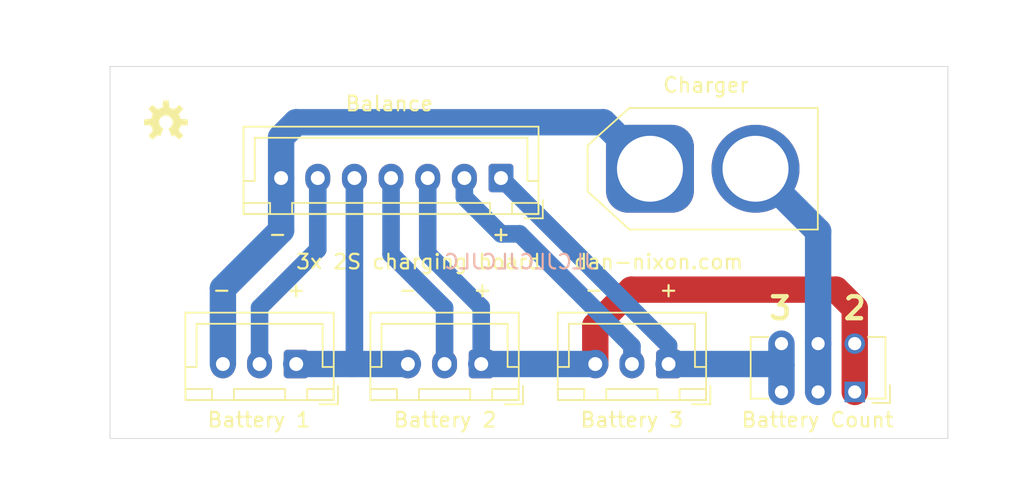
<source format=kicad_pcb>
(kicad_pcb (version 20171130) (host pcbnew 5.1.10)

  (general
    (thickness 1.6)
    (drawings 52)
    (tracks 40)
    (zones 0)
    (modules 9)
    (nets 9)
  )

  (page A4)
  (layers
    (0 F.Cu signal)
    (31 B.Cu signal)
    (32 B.Adhes user)
    (33 F.Adhes user)
    (34 B.Paste user)
    (35 F.Paste user)
    (36 B.SilkS user)
    (37 F.SilkS user)
    (38 B.Mask user)
    (39 F.Mask user)
    (40 Dwgs.User user)
    (41 Cmts.User user)
    (42 Eco1.User user hide)
    (43 Eco2.User user hide)
    (44 Edge.Cuts user)
    (45 Margin user)
    (46 B.CrtYd user)
    (47 F.CrtYd user)
    (48 B.Fab user)
    (49 F.Fab user)
  )

  (setup
    (last_trace_width 1.2)
    (user_trace_width 1.8)
    (trace_clearance 0.2)
    (zone_clearance 0.508)
    (zone_45_only no)
    (trace_min 0.2)
    (via_size 0.8)
    (via_drill 0.4)
    (via_min_size 0.4)
    (via_min_drill 0.3)
    (uvia_size 0.3)
    (uvia_drill 0.1)
    (uvias_allowed no)
    (uvia_min_size 0.2)
    (uvia_min_drill 0.1)
    (edge_width 0.05)
    (segment_width 0.2)
    (pcb_text_width 0.3)
    (pcb_text_size 1.5 1.5)
    (mod_edge_width 0.12)
    (mod_text_size 1 1)
    (mod_text_width 0.15)
    (pad_size 1.524 1.524)
    (pad_drill 0.762)
    (pad_to_mask_clearance 0)
    (aux_axis_origin 0 0)
    (visible_elements FFFFFF7F)
    (pcbplotparams
      (layerselection 0x010f0_ffffffff)
      (usegerberextensions false)
      (usegerberattributes true)
      (usegerberadvancedattributes true)
      (creategerberjobfile true)
      (excludeedgelayer true)
      (linewidth 0.100000)
      (plotframeref false)
      (viasonmask false)
      (mode 1)
      (useauxorigin false)
      (hpglpennumber 1)
      (hpglpenspeed 20)
      (hpglpendiameter 15.000000)
      (psnegative false)
      (psa4output false)
      (plotreference true)
      (plotvalue true)
      (plotinvisibletext false)
      (padsonsilk false)
      (subtractmaskfromsilk false)
      (outputformat 1)
      (mirror false)
      (drillshape 0)
      (scaleselection 1)
      (outputdirectory ""))
  )

  (net 0 "")
  (net 1 GND)
  (net 2 "Net-(J1-Pad6)")
  (net 3 "Net-(J1-Pad5)")
  (net 4 "Net-(J1-Pad4)")
  (net 5 "Net-(J1-Pad3)")
  (net 6 "Net-(J1-Pad2)")
  (net 7 "Net-(J1-Pad1)")
  (net 8 "Net-(J2-Pad2)")

  (net_class Default "This is the default net class."
    (clearance 0.2)
    (trace_width 1.2)
    (via_dia 0.8)
    (via_drill 0.4)
    (uvia_dia 0.3)
    (uvia_drill 0.1)
    (add_net GND)
    (add_net "Net-(J1-Pad1)")
    (add_net "Net-(J1-Pad2)")
    (add_net "Net-(J1-Pad3)")
    (add_net "Net-(J1-Pad4)")
    (add_net "Net-(J1-Pad5)")
    (add_net "Net-(J1-Pad6)")
    (add_net "Net-(J2-Pad2)")
  )

  (module Button_Switch_THT:SW_CuK_JS202011CQN_DPDT_Straight (layer F.Cu) (tedit 5A02FE31) (tstamp 609D64DE)
    (at 156.21 76.835 180)
    (descr "CuK sub miniature slide switch, JS series, DPDT, right angle, http://www.ckswitches.com/media/1422/js.pdf")
    (tags "switch DPDT")
    (path /609DCFD8)
    (fp_text reference SW1 (at 2.75 -1.6) (layer F.SilkS) hide
      (effects (font (size 1 1) (thickness 0.15)))
    )
    (fp_text value "Battery Count" (at 2.54 -1.905) (layer F.SilkS)
      (effects (font (size 1 1) (thickness 0.15)))
    )
    (fp_line (start -1 -0.35) (end -2 0.65) (layer F.Fab) (width 0.1))
    (fp_line (start -2.25 4.25) (end -2.25 -0.95) (layer F.CrtYd) (width 0.05))
    (fp_line (start 7.25 4.25) (end -2.25 4.25) (layer F.CrtYd) (width 0.05))
    (fp_line (start 7.25 -0.95) (end 7.25 4.25) (layer F.CrtYd) (width 0.05))
    (fp_line (start -2.25 -0.95) (end 7.25 -0.95) (layer F.CrtYd) (width 0.05))
    (fp_line (start -2.4 -0.75) (end -2.4 0.45) (layer F.SilkS) (width 0.12))
    (fp_line (start -1.2 -0.75) (end -2.4 -0.75) (layer F.SilkS) (width 0.12))
    (fp_line (start 7.1 3.75) (end 5.9 3.75) (layer F.SilkS) (width 0.12))
    (fp_line (start 7.1 -0.45) (end 7.1 3.75) (layer F.SilkS) (width 0.12))
    (fp_line (start 5.9 -0.45) (end 7.1 -0.45) (layer F.SilkS) (width 0.12))
    (fp_line (start -2.1 3.75) (end -0.9 3.75) (layer F.SilkS) (width 0.12))
    (fp_line (start -2.1 -0.45) (end -2.1 3.75) (layer F.SilkS) (width 0.12))
    (fp_line (start -0.9 -0.45) (end -2.1 -0.45) (layer F.SilkS) (width 0.12))
    (fp_line (start -2 3.65) (end -2 0.65) (layer F.Fab) (width 0.1))
    (fp_line (start 7 3.65) (end -2 3.65) (layer F.Fab) (width 0.1))
    (fp_line (start 7 -0.35) (end 7 3.65) (layer F.Fab) (width 0.1))
    (fp_line (start -1 -0.35) (end 7 -0.35) (layer F.Fab) (width 0.1))
    (fp_text user %R (at 2 1.65) (layer F.Fab) hide
      (effects (font (size 1 1) (thickness 0.15)))
    )
    (pad 6 thru_hole circle (at 5 3.3 180) (size 1.4 1.4) (drill 0.9) (layers *.Cu *.Mask)
      (net 7 "Net-(J1-Pad1)"))
    (pad 5 thru_hole circle (at 2.5 3.3 180) (size 1.4 1.4) (drill 0.9) (layers *.Cu *.Mask)
      (net 8 "Net-(J2-Pad2)"))
    (pad 4 thru_hole circle (at 0 3.3 180) (size 1.4 1.4) (drill 0.9) (layers *.Cu *.Mask)
      (net 5 "Net-(J1-Pad3)"))
    (pad 3 thru_hole circle (at 5 0 180) (size 1.4 1.4) (drill 0.9) (layers *.Cu *.Mask)
      (net 7 "Net-(J1-Pad1)"))
    (pad 2 thru_hole circle (at 2.5 0 180) (size 1.4 1.4) (drill 0.9) (layers *.Cu *.Mask)
      (net 8 "Net-(J2-Pad2)"))
    (pad 1 thru_hole rect (at 0 0 180) (size 1.4 1.4) (drill 0.9) (layers *.Cu *.Mask)
      (net 5 "Net-(J1-Pad3)"))
    (model ${KISYS3DMOD}/Button_Switch_THT.3dshapes/SW_CuK_JS202011CQN_DPDT_Straight.wrl
      (at (xyz 0 0 0))
      (scale (xyz 1 1 1))
      (rotate (xyz 0 0 0))
    )
  )

  (module Aesthetics:OSHW-LOGO-S (layer F.Cu) (tedit 200000) (tstamp 609DB916)
    (at 109.22 58.42)
    (descr "OPEN-SOURCE HARDWARE (OSHW) LOGO - SMALL - SILKSCREEN")
    (tags "OPEN-SOURCE HARDWARE (OSHW) LOGO - SMALL - SILKSCREEN")
    (path /609DDF66)
    (attr virtual)
    (fp_text reference LOGO1 (at 0 0) (layer F.SilkS) hide
      (effects (font (size 1.524 1.524) (thickness 0.15)))
    )
    (fp_text value OSHW-LOGOS (at 0 0) (layer F.SilkS) hide
      (effects (font (size 1.524 1.524) (thickness 0.15)))
    )
    (fp_poly (pts (xy 0.3937 0.9525) (xy 0.5461 0.87376) (xy 0.92202 1.1811) (xy 1.1811 0.92202)
      (xy 0.87376 0.5461) (xy 0.9525 0.3937) (xy 1.0033 0.23114) (xy 1.48844 0.18034)
      (xy 1.48844 -0.18034) (xy 1.0033 -0.23114) (xy 0.9525 -0.3937) (xy 0.87376 -0.5461)
      (xy 1.1811 -0.92202) (xy 0.92202 -1.1811) (xy 0.5461 -0.87376) (xy 0.3937 -0.9525)
      (xy 0.23114 -1.0033) (xy 0.18034 -1.48844) (xy -0.18034 -1.48844) (xy -0.23114 -1.0033)
      (xy -0.3937 -0.9525) (xy -0.5461 -0.87376) (xy -0.92202 -1.1811) (xy -1.1811 -0.92202)
      (xy -0.87376 -0.5461) (xy -0.9525 -0.3937) (xy -1.0033 -0.23114) (xy -1.48844 -0.18034)
      (xy -1.48844 0.18034) (xy -1.0033 0.23114) (xy -0.9525 0.3937) (xy -0.87376 0.5461)
      (xy -1.1811 0.92202) (xy -0.92202 1.1811) (xy -0.5461 0.87376) (xy -0.3937 0.9525)
      (xy -0.1778 0.4318) (xy -0.27432 0.37846) (xy -0.3556 0.30226) (xy -0.41656 0.21082)
      (xy -0.45466 0.10922) (xy -0.46736 0) (xy -0.45466 -0.10922) (xy -0.41402 -0.2159)
      (xy -0.35052 -0.30734) (xy -0.2667 -0.38354) (xy -0.16764 -0.43434) (xy -0.06096 -0.46228)
      (xy 0.0508 -0.46482) (xy 0.16002 -0.43942) (xy 0.25908 -0.38862) (xy 0.34544 -0.31496)
      (xy 0.40894 -0.22352) (xy 0.45212 -0.11938) (xy 0.46736 -0.01016) (xy 0.4572 0.09906)
      (xy 0.4191 0.20574) (xy 0.35814 0.29972) (xy 0.27686 0.37592) (xy 0.1778 0.4318)) (layer F.SilkS) (width 0.01))
  )

  (module MountingHole:MountingHole_3.2mm_M3 (layer F.Cu) (tedit 56D1B4CB) (tstamp 609DAFCC)
    (at 158.75 64.77)
    (descr "Mounting Hole 3.2mm, no annular, M3")
    (tags "mounting hole 3.2mm no annular m3")
    (attr virtual)
    (fp_text reference REF** (at 0 -4.2) (layer F.SilkS) hide
      (effects (font (size 1 1) (thickness 0.15)))
    )
    (fp_text value MountingHole_3.2mm_M3 (at 0 4.2) (layer F.Fab) hide
      (effects (font (size 1 1) (thickness 0.15)))
    )
    (fp_circle (center 0 0) (end 3.45 0) (layer F.CrtYd) (width 0.05))
    (fp_circle (center 0 0) (end 3.2 0) (layer Cmts.User) (width 0.15))
    (fp_text user %R (at 0.3 0) (layer F.Fab) hide
      (effects (font (size 1 1) (thickness 0.15)))
    )
    (pad 1 np_thru_hole circle (at 0 0) (size 3.2 3.2) (drill 3.2) (layers *.Cu *.Mask))
  )

  (module MountingHole:MountingHole_3.2mm_M3 (layer F.Cu) (tedit 56D1B4CB) (tstamp 609DAFAF)
    (at 109.22 64.77)
    (descr "Mounting Hole 3.2mm, no annular, M3")
    (tags "mounting hole 3.2mm no annular m3")
    (attr virtual)
    (fp_text reference REF** (at 0 -4.2) (layer F.SilkS) hide
      (effects (font (size 1 1) (thickness 0.15)))
    )
    (fp_text value MountingHole_3.2mm_M3 (at 0 4.2) (layer F.Fab) hide
      (effects (font (size 1 1) (thickness 0.15)))
    )
    (fp_circle (center 0 0) (end 3.45 0) (layer F.CrtYd) (width 0.05))
    (fp_circle (center 0 0) (end 3.2 0) (layer Cmts.User) (width 0.15))
    (fp_text user %R (at 0.3 0) (layer F.Fab) hide
      (effects (font (size 1 1) (thickness 0.15)))
    )
    (pad 1 np_thru_hole circle (at 0 0) (size 3.2 3.2) (drill 3.2) (layers *.Cu *.Mask))
  )

  (module Connector_JST:JST_XH_B3B-XH-A_1x03_P2.50mm_Vertical (layer F.Cu) (tedit 5C28146C) (tstamp 609D9E2A)
    (at 143.51 74.93 180)
    (descr "JST XH series connector, B3B-XH-A (http://www.jst-mfg.com/product/pdf/eng/eXH.pdf), generated with kicad-footprint-generator")
    (tags "connector JST XH vertical")
    (path /609AC913)
    (fp_text reference J5 (at 2.5 -3.55) (layer F.SilkS) hide
      (effects (font (size 1 1) (thickness 0.15)))
    )
    (fp_text value "Battery 3" (at 2.5 -3.81) (layer F.SilkS)
      (effects (font (size 1 1) (thickness 0.15)))
    )
    (fp_line (start -2.85 -2.75) (end -2.85 -1.5) (layer F.SilkS) (width 0.12))
    (fp_line (start -1.6 -2.75) (end -2.85 -2.75) (layer F.SilkS) (width 0.12))
    (fp_line (start 6.8 2.75) (end 2.5 2.75) (layer F.SilkS) (width 0.12))
    (fp_line (start 6.8 -0.2) (end 6.8 2.75) (layer F.SilkS) (width 0.12))
    (fp_line (start 7.55 -0.2) (end 6.8 -0.2) (layer F.SilkS) (width 0.12))
    (fp_line (start -1.8 2.75) (end 2.5 2.75) (layer F.SilkS) (width 0.12))
    (fp_line (start -1.8 -0.2) (end -1.8 2.75) (layer F.SilkS) (width 0.12))
    (fp_line (start -2.55 -0.2) (end -1.8 -0.2) (layer F.SilkS) (width 0.12))
    (fp_line (start 7.55 -2.45) (end 5.75 -2.45) (layer F.SilkS) (width 0.12))
    (fp_line (start 7.55 -1.7) (end 7.55 -2.45) (layer F.SilkS) (width 0.12))
    (fp_line (start 5.75 -1.7) (end 7.55 -1.7) (layer F.SilkS) (width 0.12))
    (fp_line (start 5.75 -2.45) (end 5.75 -1.7) (layer F.SilkS) (width 0.12))
    (fp_line (start -0.75 -2.45) (end -2.55 -2.45) (layer F.SilkS) (width 0.12))
    (fp_line (start -0.75 -1.7) (end -0.75 -2.45) (layer F.SilkS) (width 0.12))
    (fp_line (start -2.55 -1.7) (end -0.75 -1.7) (layer F.SilkS) (width 0.12))
    (fp_line (start -2.55 -2.45) (end -2.55 -1.7) (layer F.SilkS) (width 0.12))
    (fp_line (start 4.25 -2.45) (end 0.75 -2.45) (layer F.SilkS) (width 0.12))
    (fp_line (start 4.25 -1.7) (end 4.25 -2.45) (layer F.SilkS) (width 0.12))
    (fp_line (start 0.75 -1.7) (end 4.25 -1.7) (layer F.SilkS) (width 0.12))
    (fp_line (start 0.75 -2.45) (end 0.75 -1.7) (layer F.SilkS) (width 0.12))
    (fp_line (start 0 -1.35) (end 0.625 -2.35) (layer F.Fab) (width 0.1))
    (fp_line (start -0.625 -2.35) (end 0 -1.35) (layer F.Fab) (width 0.1))
    (fp_line (start 7.95 -2.85) (end -2.95 -2.85) (layer F.CrtYd) (width 0.05))
    (fp_line (start 7.95 3.9) (end 7.95 -2.85) (layer F.CrtYd) (width 0.05))
    (fp_line (start -2.95 3.9) (end 7.95 3.9) (layer F.CrtYd) (width 0.05))
    (fp_line (start -2.95 -2.85) (end -2.95 3.9) (layer F.CrtYd) (width 0.05))
    (fp_line (start 7.56 -2.46) (end -2.56 -2.46) (layer F.SilkS) (width 0.12))
    (fp_line (start 7.56 3.51) (end 7.56 -2.46) (layer F.SilkS) (width 0.12))
    (fp_line (start -2.56 3.51) (end 7.56 3.51) (layer F.SilkS) (width 0.12))
    (fp_line (start -2.56 -2.46) (end -2.56 3.51) (layer F.SilkS) (width 0.12))
    (fp_line (start 7.45 -2.35) (end -2.45 -2.35) (layer F.Fab) (width 0.1))
    (fp_line (start 7.45 3.4) (end 7.45 -2.35) (layer F.Fab) (width 0.1))
    (fp_line (start -2.45 3.4) (end 7.45 3.4) (layer F.Fab) (width 0.1))
    (fp_line (start -2.45 -2.35) (end -2.45 3.4) (layer F.Fab) (width 0.1))
    (fp_text user %R (at 2.5 2.7) (layer F.Fab) hide
      (effects (font (size 1 1) (thickness 0.15)))
    )
    (pad 3 thru_hole oval (at 5 0 180) (size 1.7 1.95) (drill 0.95) (layers *.Cu *.Mask)
      (net 5 "Net-(J1-Pad3)"))
    (pad 2 thru_hole oval (at 2.5 0 180) (size 1.7 1.95) (drill 0.95) (layers *.Cu *.Mask)
      (net 6 "Net-(J1-Pad2)"))
    (pad 1 thru_hole roundrect (at 0 0 180) (size 1.7 1.95) (drill 0.95) (layers *.Cu *.Mask) (roundrect_rratio 0.1470588235294118)
      (net 7 "Net-(J1-Pad1)"))
    (model ${KISYS3DMOD}/Connector_JST.3dshapes/JST_XH_B3B-XH-A_1x03_P2.50mm_Vertical.wrl
      (at (xyz 0 0 0))
      (scale (xyz 1 1 1))
      (rotate (xyz 0 0 0))
    )
  )

  (module Connector_JST:JST_XH_B3B-XH-A_1x03_P2.50mm_Vertical (layer F.Cu) (tedit 5C28146C) (tstamp 609D9EA5)
    (at 130.73 74.93 180)
    (descr "JST XH series connector, B3B-XH-A (http://www.jst-mfg.com/product/pdf/eng/eXH.pdf), generated with kicad-footprint-generator")
    (tags "connector JST XH vertical")
    (path /609AC235)
    (fp_text reference J4 (at 2.5 -3.55) (layer F.SilkS) hide
      (effects (font (size 1 1) (thickness 0.15)))
    )
    (fp_text value "Battery 2" (at 2.46 -3.81) (layer F.SilkS)
      (effects (font (size 1 1) (thickness 0.15)))
    )
    (fp_line (start -2.85 -2.75) (end -2.85 -1.5) (layer F.SilkS) (width 0.12))
    (fp_line (start -1.6 -2.75) (end -2.85 -2.75) (layer F.SilkS) (width 0.12))
    (fp_line (start 6.8 2.75) (end 2.5 2.75) (layer F.SilkS) (width 0.12))
    (fp_line (start 6.8 -0.2) (end 6.8 2.75) (layer F.SilkS) (width 0.12))
    (fp_line (start 7.55 -0.2) (end 6.8 -0.2) (layer F.SilkS) (width 0.12))
    (fp_line (start -1.8 2.75) (end 2.5 2.75) (layer F.SilkS) (width 0.12))
    (fp_line (start -1.8 -0.2) (end -1.8 2.75) (layer F.SilkS) (width 0.12))
    (fp_line (start -2.55 -0.2) (end -1.8 -0.2) (layer F.SilkS) (width 0.12))
    (fp_line (start 7.55 -2.45) (end 5.75 -2.45) (layer F.SilkS) (width 0.12))
    (fp_line (start 7.55 -1.7) (end 7.55 -2.45) (layer F.SilkS) (width 0.12))
    (fp_line (start 5.75 -1.7) (end 7.55 -1.7) (layer F.SilkS) (width 0.12))
    (fp_line (start 5.75 -2.45) (end 5.75 -1.7) (layer F.SilkS) (width 0.12))
    (fp_line (start -0.75 -2.45) (end -2.55 -2.45) (layer F.SilkS) (width 0.12))
    (fp_line (start -0.75 -1.7) (end -0.75 -2.45) (layer F.SilkS) (width 0.12))
    (fp_line (start -2.55 -1.7) (end -0.75 -1.7) (layer F.SilkS) (width 0.12))
    (fp_line (start -2.55 -2.45) (end -2.55 -1.7) (layer F.SilkS) (width 0.12))
    (fp_line (start 4.25 -2.45) (end 0.75 -2.45) (layer F.SilkS) (width 0.12))
    (fp_line (start 4.25 -1.7) (end 4.25 -2.45) (layer F.SilkS) (width 0.12))
    (fp_line (start 0.75 -1.7) (end 4.25 -1.7) (layer F.SilkS) (width 0.12))
    (fp_line (start 0.75 -2.45) (end 0.75 -1.7) (layer F.SilkS) (width 0.12))
    (fp_line (start 0 -1.35) (end 0.625 -2.35) (layer F.Fab) (width 0.1))
    (fp_line (start -0.625 -2.35) (end 0 -1.35) (layer F.Fab) (width 0.1))
    (fp_line (start 7.95 -2.85) (end -2.95 -2.85) (layer F.CrtYd) (width 0.05))
    (fp_line (start 7.95 3.9) (end 7.95 -2.85) (layer F.CrtYd) (width 0.05))
    (fp_line (start -2.95 3.9) (end 7.95 3.9) (layer F.CrtYd) (width 0.05))
    (fp_line (start -2.95 -2.85) (end -2.95 3.9) (layer F.CrtYd) (width 0.05))
    (fp_line (start 7.56 -2.46) (end -2.56 -2.46) (layer F.SilkS) (width 0.12))
    (fp_line (start 7.56 3.51) (end 7.56 -2.46) (layer F.SilkS) (width 0.12))
    (fp_line (start -2.56 3.51) (end 7.56 3.51) (layer F.SilkS) (width 0.12))
    (fp_line (start -2.56 -2.46) (end -2.56 3.51) (layer F.SilkS) (width 0.12))
    (fp_line (start 7.45 -2.35) (end -2.45 -2.35) (layer F.Fab) (width 0.1))
    (fp_line (start 7.45 3.4) (end 7.45 -2.35) (layer F.Fab) (width 0.1))
    (fp_line (start -2.45 3.4) (end 7.45 3.4) (layer F.Fab) (width 0.1))
    (fp_line (start -2.45 -2.35) (end -2.45 3.4) (layer F.Fab) (width 0.1))
    (fp_text user %R (at 2.5 2.7) (layer F.Fab) hide
      (effects (font (size 1 1) (thickness 0.15)))
    )
    (pad 3 thru_hole oval (at 5 0 180) (size 1.7 1.95) (drill 0.95) (layers *.Cu *.Mask)
      (net 3 "Net-(J1-Pad5)"))
    (pad 2 thru_hole oval (at 2.5 0 180) (size 1.7 1.95) (drill 0.95) (layers *.Cu *.Mask)
      (net 4 "Net-(J1-Pad4)"))
    (pad 1 thru_hole roundrect (at 0 0 180) (size 1.7 1.95) (drill 0.95) (layers *.Cu *.Mask) (roundrect_rratio 0.1470588235294118)
      (net 5 "Net-(J1-Pad3)"))
    (model ${KISYS3DMOD}/Connector_JST.3dshapes/JST_XH_B3B-XH-A_1x03_P2.50mm_Vertical.wrl
      (at (xyz 0 0 0))
      (scale (xyz 1 1 1))
      (rotate (xyz 0 0 0))
    )
  )

  (module Connector_JST:JST_XH_B3B-XH-A_1x03_P2.50mm_Vertical (layer F.Cu) (tedit 5C28146C) (tstamp 609D9F20)
    (at 118.11 74.93 180)
    (descr "JST XH series connector, B3B-XH-A (http://www.jst-mfg.com/product/pdf/eng/eXH.pdf), generated with kicad-footprint-generator")
    (tags "connector JST XH vertical")
    (path /609ABA33)
    (fp_text reference J3 (at 2.5 -3.55) (layer F.SilkS) hide
      (effects (font (size 1 1) (thickness 0.15)))
    )
    (fp_text value "Battery 1" (at 2.54 -3.81) (layer F.SilkS)
      (effects (font (size 1 1) (thickness 0.15)))
    )
    (fp_line (start -2.85 -2.75) (end -2.85 -1.5) (layer F.SilkS) (width 0.12))
    (fp_line (start -1.6 -2.75) (end -2.85 -2.75) (layer F.SilkS) (width 0.12))
    (fp_line (start 6.8 2.75) (end 2.5 2.75) (layer F.SilkS) (width 0.12))
    (fp_line (start 6.8 -0.2) (end 6.8 2.75) (layer F.SilkS) (width 0.12))
    (fp_line (start 7.55 -0.2) (end 6.8 -0.2) (layer F.SilkS) (width 0.12))
    (fp_line (start -1.8 2.75) (end 2.5 2.75) (layer F.SilkS) (width 0.12))
    (fp_line (start -1.8 -0.2) (end -1.8 2.75) (layer F.SilkS) (width 0.12))
    (fp_line (start -2.55 -0.2) (end -1.8 -0.2) (layer F.SilkS) (width 0.12))
    (fp_line (start 7.55 -2.45) (end 5.75 -2.45) (layer F.SilkS) (width 0.12))
    (fp_line (start 7.55 -1.7) (end 7.55 -2.45) (layer F.SilkS) (width 0.12))
    (fp_line (start 5.75 -1.7) (end 7.55 -1.7) (layer F.SilkS) (width 0.12))
    (fp_line (start 5.75 -2.45) (end 5.75 -1.7) (layer F.SilkS) (width 0.12))
    (fp_line (start -0.75 -2.45) (end -2.55 -2.45) (layer F.SilkS) (width 0.12))
    (fp_line (start -0.75 -1.7) (end -0.75 -2.45) (layer F.SilkS) (width 0.12))
    (fp_line (start -2.55 -1.7) (end -0.75 -1.7) (layer F.SilkS) (width 0.12))
    (fp_line (start -2.55 -2.45) (end -2.55 -1.7) (layer F.SilkS) (width 0.12))
    (fp_line (start 4.25 -2.45) (end 0.75 -2.45) (layer F.SilkS) (width 0.12))
    (fp_line (start 4.25 -1.7) (end 4.25 -2.45) (layer F.SilkS) (width 0.12))
    (fp_line (start 0.75 -1.7) (end 4.25 -1.7) (layer F.SilkS) (width 0.12))
    (fp_line (start 0.75 -2.45) (end 0.75 -1.7) (layer F.SilkS) (width 0.12))
    (fp_line (start 0 -1.35) (end 0.625 -2.35) (layer F.Fab) (width 0.1))
    (fp_line (start -0.625 -2.35) (end 0 -1.35) (layer F.Fab) (width 0.1))
    (fp_line (start 7.95 -2.85) (end -2.95 -2.85) (layer F.CrtYd) (width 0.05))
    (fp_line (start 7.95 3.9) (end 7.95 -2.85) (layer F.CrtYd) (width 0.05))
    (fp_line (start -2.95 3.9) (end 7.95 3.9) (layer F.CrtYd) (width 0.05))
    (fp_line (start -2.95 -2.85) (end -2.95 3.9) (layer F.CrtYd) (width 0.05))
    (fp_line (start 7.56 -2.46) (end -2.56 -2.46) (layer F.SilkS) (width 0.12))
    (fp_line (start 7.56 3.51) (end 7.56 -2.46) (layer F.SilkS) (width 0.12))
    (fp_line (start -2.56 3.51) (end 7.56 3.51) (layer F.SilkS) (width 0.12))
    (fp_line (start -2.56 -2.46) (end -2.56 3.51) (layer F.SilkS) (width 0.12))
    (fp_line (start 7.45 -2.35) (end -2.45 -2.35) (layer F.Fab) (width 0.1))
    (fp_line (start 7.45 3.4) (end 7.45 -2.35) (layer F.Fab) (width 0.1))
    (fp_line (start -2.45 3.4) (end 7.45 3.4) (layer F.Fab) (width 0.1))
    (fp_line (start -2.45 -2.35) (end -2.45 3.4) (layer F.Fab) (width 0.1))
    (fp_text user %R (at 2.5 2.7) (layer F.Fab) hide
      (effects (font (size 1 1) (thickness 0.15)))
    )
    (pad 3 thru_hole oval (at 5 0 180) (size 1.7 1.95) (drill 0.95) (layers *.Cu *.Mask)
      (net 1 GND))
    (pad 2 thru_hole oval (at 2.5 0 180) (size 1.7 1.95) (drill 0.95) (layers *.Cu *.Mask)
      (net 2 "Net-(J1-Pad6)"))
    (pad 1 thru_hole roundrect (at 0 0 180) (size 1.7 1.95) (drill 0.95) (layers *.Cu *.Mask) (roundrect_rratio 0.1470588235294118)
      (net 3 "Net-(J1-Pad5)"))
    (model ${KISYS3DMOD}/Connector_JST.3dshapes/JST_XH_B3B-XH-A_1x03_P2.50mm_Vertical.wrl
      (at (xyz 0 0 0))
      (scale (xyz 1 1 1))
      (rotate (xyz 0 0 0))
    )
  )

  (module Connector_AMASS:AMASS_XT60-F_1x02_P7.20mm_Vertical (layer F.Cu) (tedit 5D6C1D2C) (tstamp 609D8FDB)
    (at 142.24 61.595)
    (descr "AMASS female XT60, through hole, vertical, https://www.tme.eu/Document/2d152ced3b7a446066e6c419d84bb460/XT60%20SPEC.pdf")
    (tags "XT60 female vertical")
    (path /609B10AD)
    (fp_text reference J2 (at 3.6 -5.3 180) (layer F.SilkS) hide
      (effects (font (size 1 1) (thickness 0.15)))
    )
    (fp_text value Charger (at 3.81 -5.715) (layer F.SilkS)
      (effects (font (size 1 1) (thickness 0.15)))
    )
    (fp_line (start -1.6 -4.6) (end 11.85 -4.6) (layer F.CrtYd) (width 0.05))
    (fp_line (start -4.65 -1.85) (end -1.6 -4.6) (layer F.CrtYd) (width 0.05))
    (fp_line (start -4.65 1.85) (end -4.65 -1.85) (layer F.CrtYd) (width 0.05))
    (fp_line (start -1.6 4.6) (end -4.65 1.85) (layer F.CrtYd) (width 0.05))
    (fp_line (start 11.85 4.6) (end -1.6 4.6) (layer F.CrtYd) (width 0.05))
    (fp_line (start 11.85 -4.6) (end 11.85 4.6) (layer F.CrtYd) (width 0.05))
    (fp_line (start 11.35 4.05) (end 11.35 -4.05) (layer F.Fab) (width 0.12))
    (fp_line (start -1.4 4.05) (end 11.35 4.05) (layer F.Fab) (width 0.12))
    (fp_line (start -4.15 1.55) (end -1.4 4.05) (layer F.Fab) (width 0.12))
    (fp_line (start -4.15 -1.55) (end -4.15 1.55) (layer F.Fab) (width 0.12))
    (fp_line (start -1.4 -4.05) (end -4.15 -1.55) (layer F.Fab) (width 0.12))
    (fp_line (start 11.35 -4.05) (end -1.4 -4.05) (layer F.Fab) (width 0.12))
    (fp_line (start -4.25 1.55) (end -1.4 4.15) (layer F.SilkS) (width 0.12))
    (fp_line (start -1.4 -4.15) (end -4.25 -1.6) (layer F.SilkS) (width 0.12))
    (fp_line (start 11.45 4.15) (end 11.45 -4.15) (layer F.SilkS) (width 0.12))
    (fp_line (start -1.4 4.15) (end 11.45 4.15) (layer F.SilkS) (width 0.12))
    (fp_line (start -4.25 -1.6) (end -4.25 1.55) (layer F.SilkS) (width 0.12))
    (fp_line (start 11.45 -4.15) (end -1.4 -4.15) (layer F.SilkS) (width 0.12))
    (fp_text user %R (at 3.6 0.05) (layer F.Fab) hide
      (effects (font (size 1 1) (thickness 0.15)))
    )
    (pad 1 thru_hole roundrect (at 0 0) (size 6 6) (drill 4.5) (layers *.Cu *.Mask) (roundrect_rratio 0.25)
      (net 1 GND))
    (pad 2 thru_hole circle (at 7.2 0) (size 6 6) (drill 4.5) (layers *.Cu *.Mask)
      (net 8 "Net-(J2-Pad2)"))
    (model ${KISYS3DMOD}/Connector_AMASS.3dshapes/AMASS_XT60-F_1x02_P7.2mm_Vertical.wrl
      (at (xyz 0 0 0))
      (scale (xyz 1 1 1))
      (rotate (xyz 0 0 0))
    )
  )

  (module Connector_JST:JST_XH_B7B-XH-A_1x07_P2.50mm_Vertical (layer F.Cu) (tedit 5C28146C) (tstamp 609D9266)
    (at 132.08 62.23 180)
    (descr "JST XH series connector, B7B-XH-A (http://www.jst-mfg.com/product/pdf/eng/eXH.pdf), generated with kicad-footprint-generator")
    (tags "connector JST XH vertical")
    (path /609AE9CC)
    (fp_text reference J1 (at 7.5 -3.55) (layer F.SilkS) hide
      (effects (font (size 1 1) (thickness 0.15)))
    )
    (fp_text value Balance (at 7.62 5.08) (layer F.SilkS)
      (effects (font (size 1 1) (thickness 0.15)))
    )
    (fp_line (start -2.85 -2.75) (end -2.85 -1.5) (layer F.SilkS) (width 0.12))
    (fp_line (start -1.6 -2.75) (end -2.85 -2.75) (layer F.SilkS) (width 0.12))
    (fp_line (start 16.8 2.75) (end 7.5 2.75) (layer F.SilkS) (width 0.12))
    (fp_line (start 16.8 -0.2) (end 16.8 2.75) (layer F.SilkS) (width 0.12))
    (fp_line (start 17.55 -0.2) (end 16.8 -0.2) (layer F.SilkS) (width 0.12))
    (fp_line (start -1.8 2.75) (end 7.5 2.75) (layer F.SilkS) (width 0.12))
    (fp_line (start -1.8 -0.2) (end -1.8 2.75) (layer F.SilkS) (width 0.12))
    (fp_line (start -2.55 -0.2) (end -1.8 -0.2) (layer F.SilkS) (width 0.12))
    (fp_line (start 17.55 -2.45) (end 15.75 -2.45) (layer F.SilkS) (width 0.12))
    (fp_line (start 17.55 -1.7) (end 17.55 -2.45) (layer F.SilkS) (width 0.12))
    (fp_line (start 15.75 -1.7) (end 17.55 -1.7) (layer F.SilkS) (width 0.12))
    (fp_line (start 15.75 -2.45) (end 15.75 -1.7) (layer F.SilkS) (width 0.12))
    (fp_line (start -0.75 -2.45) (end -2.55 -2.45) (layer F.SilkS) (width 0.12))
    (fp_line (start -0.75 -1.7) (end -0.75 -2.45) (layer F.SilkS) (width 0.12))
    (fp_line (start -2.55 -1.7) (end -0.75 -1.7) (layer F.SilkS) (width 0.12))
    (fp_line (start -2.55 -2.45) (end -2.55 -1.7) (layer F.SilkS) (width 0.12))
    (fp_line (start 14.25 -2.45) (end 0.75 -2.45) (layer F.SilkS) (width 0.12))
    (fp_line (start 14.25 -1.7) (end 14.25 -2.45) (layer F.SilkS) (width 0.12))
    (fp_line (start 0.75 -1.7) (end 14.25 -1.7) (layer F.SilkS) (width 0.12))
    (fp_line (start 0.75 -2.45) (end 0.75 -1.7) (layer F.SilkS) (width 0.12))
    (fp_line (start 0 -1.35) (end 0.625 -2.35) (layer F.Fab) (width 0.1))
    (fp_line (start -0.625 -2.35) (end 0 -1.35) (layer F.Fab) (width 0.1))
    (fp_line (start 17.95 -2.85) (end -2.95 -2.85) (layer F.CrtYd) (width 0.05))
    (fp_line (start 17.95 3.9) (end 17.95 -2.85) (layer F.CrtYd) (width 0.05))
    (fp_line (start -2.95 3.9) (end 17.95 3.9) (layer F.CrtYd) (width 0.05))
    (fp_line (start -2.95 -2.85) (end -2.95 3.9) (layer F.CrtYd) (width 0.05))
    (fp_line (start 17.56 -2.46) (end -2.56 -2.46) (layer F.SilkS) (width 0.12))
    (fp_line (start 17.56 3.51) (end 17.56 -2.46) (layer F.SilkS) (width 0.12))
    (fp_line (start -2.56 3.51) (end 17.56 3.51) (layer F.SilkS) (width 0.12))
    (fp_line (start -2.56 -2.46) (end -2.56 3.51) (layer F.SilkS) (width 0.12))
    (fp_line (start 17.45 -2.35) (end -2.45 -2.35) (layer F.Fab) (width 0.1))
    (fp_line (start 17.45 3.4) (end 17.45 -2.35) (layer F.Fab) (width 0.1))
    (fp_line (start -2.45 3.4) (end 17.45 3.4) (layer F.Fab) (width 0.1))
    (fp_line (start -2.45 -2.35) (end -2.45 3.4) (layer F.Fab) (width 0.1))
    (fp_text user %R (at 7.5 2.7) (layer F.Fab) hide
      (effects (font (size 1 1) (thickness 0.15)))
    )
    (pad 7 thru_hole oval (at 15 0 180) (size 1.7 1.95) (drill 0.95) (layers *.Cu *.Mask)
      (net 1 GND))
    (pad 6 thru_hole oval (at 12.5 0 180) (size 1.7 1.95) (drill 0.95) (layers *.Cu *.Mask)
      (net 2 "Net-(J1-Pad6)"))
    (pad 5 thru_hole oval (at 10 0 180) (size 1.7 1.95) (drill 0.95) (layers *.Cu *.Mask)
      (net 3 "Net-(J1-Pad5)"))
    (pad 4 thru_hole oval (at 7.5 0 180) (size 1.7 1.95) (drill 0.95) (layers *.Cu *.Mask)
      (net 4 "Net-(J1-Pad4)"))
    (pad 3 thru_hole oval (at 5 0 180) (size 1.7 1.95) (drill 0.95) (layers *.Cu *.Mask)
      (net 5 "Net-(J1-Pad3)"))
    (pad 2 thru_hole oval (at 2.5 0 180) (size 1.7 1.95) (drill 0.95) (layers *.Cu *.Mask)
      (net 6 "Net-(J1-Pad2)"))
    (pad 1 thru_hole roundrect (at 0 0 180) (size 1.7 1.95) (drill 0.95) (layers *.Cu *.Mask) (roundrect_rratio 0.1470588235294118)
      (net 7 "Net-(J1-Pad1)"))
    (model ${KISYS3DMOD}/Connector_JST.3dshapes/JST_XH_B7B-XH-A_1x07_P2.50mm_Vertical.wrl
      (at (xyz 0 0 0))
      (scale (xyz 1 1 1))
      (rotate (xyz 0 0 0))
    )
  )

  (dimension 17.78 (width 0.15) (layer Eco2.User)
    (gr_text "17.780 mm" (at 174.655 63.5 90) (layer Eco2.User)
      (effects (font (size 1 1) (thickness 0.15)))
    )
    (feature1 (pts (xy 146.05 54.61) (xy 173.941421 54.61)))
    (feature2 (pts (xy 146.05 72.39) (xy 173.941421 72.39)))
    (crossbar (pts (xy 173.355 72.39) (xy 173.355 54.61)))
    (arrow1a (pts (xy 173.355 54.61) (xy 173.941421 55.736504)))
    (arrow1b (pts (xy 173.355 54.61) (xy 172.768579 55.736504)))
    (arrow2a (pts (xy 173.355 72.39) (xy 173.941421 71.263496)))
    (arrow2b (pts (xy 173.355 72.39) (xy 172.768579 71.263496)))
  )
  (dimension 16.51 (width 0.15) (layer Eco2.User)
    (gr_text "16.510 mm" (at 171.48 62.865 90) (layer Eco2.User)
      (effects (font (size 1 1) (thickness 0.15)))
    )
    (feature1 (pts (xy 158.115 54.61) (xy 170.766421 54.61)))
    (feature2 (pts (xy 158.115 71.12) (xy 170.766421 71.12)))
    (crossbar (pts (xy 170.18 71.12) (xy 170.18 54.61)))
    (arrow1a (pts (xy 170.18 54.61) (xy 170.766421 55.736504)))
    (arrow1b (pts (xy 170.18 54.61) (xy 169.593579 55.736504)))
    (arrow2a (pts (xy 170.18 71.12) (xy 170.766421 69.993496)))
    (arrow2b (pts (xy 170.18 71.12) (xy 169.593579 69.993496)))
  )
  (dimension 5.08 (width 0.15) (layer Eco2.User)
    (gr_text "5.080 mm" (at 168.305 57.15 90) (layer Eco2.User)
      (effects (font (size 1 1) (thickness 0.15)))
    )
    (feature1 (pts (xy 134.62 54.61) (xy 167.591421 54.61)))
    (feature2 (pts (xy 134.62 59.69) (xy 167.591421 59.69)))
    (crossbar (pts (xy 167.005 59.69) (xy 167.005 54.61)))
    (arrow1a (pts (xy 167.005 54.61) (xy 167.591421 55.736504)))
    (arrow1b (pts (xy 167.005 54.61) (xy 166.418579 55.736504)))
    (arrow2a (pts (xy 167.005 59.69) (xy 167.591421 58.563496)))
    (arrow2b (pts (xy 167.005 59.69) (xy 166.418579 58.563496)))
  )
  (dimension 2.54 (width 0.15) (layer Eco2.User)
    (gr_text "2.540 mm" (at 165.13 55.88 90) (layer Eco2.User)
      (effects (font (size 1 1) (thickness 0.15)))
    )
    (feature1 (pts (xy 153.67 54.61) (xy 164.416421 54.61)))
    (feature2 (pts (xy 153.67 57.15) (xy 164.416421 57.15)))
    (crossbar (pts (xy 163.83 57.15) (xy 163.83 54.61)))
    (arrow1a (pts (xy 163.83 54.61) (xy 164.416421 55.736504)))
    (arrow1b (pts (xy 163.83 54.61) (xy 163.243579 55.736504)))
    (arrow2a (pts (xy 163.83 57.15) (xy 164.416421 56.023496)))
    (arrow2b (pts (xy 163.83 57.15) (xy 163.243579 56.023496)))
  )
  (dimension 32.385 (width 0.15) (layer Eco2.User)
    (gr_text "32.385 mm" (at 120.9675 48.865) (layer Eco2.User)
      (effects (font (size 1 1) (thickness 0.15)))
    )
    (feature1 (pts (xy 104.775 57.15) (xy 104.775 49.578579)))
    (feature2 (pts (xy 137.16 57.15) (xy 137.16 49.578579)))
    (crossbar (pts (xy 137.16 50.165) (xy 104.775 50.165)))
    (arrow1a (pts (xy 104.775 50.165) (xy 105.901504 49.578579)))
    (arrow1b (pts (xy 104.775 50.165) (xy 105.901504 50.751421)))
    (arrow2a (pts (xy 137.16 50.165) (xy 136.033496 49.578579)))
    (arrow2b (pts (xy 137.16 50.165) (xy 136.033496 50.751421)))
  )
  (dimension 8.89 (width 0.15) (layer Eco2.User)
    (gr_text "8.890 mm" (at 109.855 52.04) (layer Eco2.User)
      (effects (font (size 1 1) (thickness 0.15)))
    )
    (feature1 (pts (xy 105.41 59.69) (xy 105.41 52.753579)))
    (feature2 (pts (xy 114.3 59.69) (xy 114.3 52.753579)))
    (crossbar (pts (xy 114.3 53.34) (xy 105.41 53.34)))
    (arrow1a (pts (xy 105.41 53.34) (xy 106.536504 52.753579)))
    (arrow1b (pts (xy 105.41 53.34) (xy 106.536504 53.926421)))
    (arrow2a (pts (xy 114.3 53.34) (xy 113.173496 52.753579)))
    (arrow2b (pts (xy 114.3 53.34) (xy 113.173496 53.926421)))
  )
  (dimension 43.815 (width 0.15) (layer Eco2.User)
    (gr_text "43.815 mm" (at 127.3175 85.755) (layer Eco2.User)
      (effects (font (size 1 1) (thickness 0.15)))
    )
    (feature1 (pts (xy 105.41 79.375) (xy 105.41 85.041421)))
    (feature2 (pts (xy 149.225 79.375) (xy 149.225 85.041421)))
    (crossbar (pts (xy 149.225 84.455) (xy 105.41 84.455)))
    (arrow1a (pts (xy 105.41 84.455) (xy 106.536504 83.868579)))
    (arrow1b (pts (xy 105.41 84.455) (xy 106.536504 85.041421)))
    (arrow2a (pts (xy 149.225 84.455) (xy 148.098496 83.868579)))
    (arrow2b (pts (xy 149.225 84.455) (xy 148.098496 85.041421)))
  )
  (dimension 5.08 (width 0.15) (layer Eco2.User)
    (gr_text "5.080 mm" (at 107.95 82.58) (layer Eco2.User)
      (effects (font (size 1 1) (thickness 0.15)))
    )
    (feature1 (pts (xy 105.41 77.47) (xy 105.41 81.866421)))
    (feature2 (pts (xy 110.49 77.47) (xy 110.49 81.866421)))
    (crossbar (pts (xy 110.49 81.28) (xy 105.41 81.28)))
    (arrow1a (pts (xy 105.41 81.28) (xy 106.536504 80.693579)))
    (arrow1b (pts (xy 105.41 81.28) (xy 106.536504 81.866421)))
    (arrow2a (pts (xy 110.49 81.28) (xy 109.363496 80.693579)))
    (arrow2b (pts (xy 110.49 81.28) (xy 109.363496 81.866421)))
  )
  (dimension 5.08 (width 0.15) (layer Eco1.User)
    (gr_text "5.080 mm" (at 136.555 62.23 270) (layer Eco1.User)
      (effects (font (size 1 1) (thickness 0.15)))
    )
    (feature1 (pts (xy 134.62 64.77) (xy 135.841421 64.77)))
    (feature2 (pts (xy 134.62 59.69) (xy 135.841421 59.69)))
    (crossbar (pts (xy 135.255 59.69) (xy 135.255 64.77)))
    (arrow1a (pts (xy 135.255 64.77) (xy 134.668579 63.643496)))
    (arrow1b (pts (xy 135.255 64.77) (xy 135.841421 63.643496)))
    (arrow2a (pts (xy 135.255 59.69) (xy 134.668579 60.816504)))
    (arrow2b (pts (xy 135.255 59.69) (xy 135.841421 60.816504)))
  )
  (dimension 5.08 (width 0.15) (layer Eco1.User)
    (gr_text "5.080 mm" (at 147.985 74.93 270) (layer Eco1.User)
      (effects (font (size 1 1) (thickness 0.15)))
    )
    (feature1 (pts (xy 146.05 77.47) (xy 147.271421 77.47)))
    (feature2 (pts (xy 146.05 72.39) (xy 147.271421 72.39)))
    (crossbar (pts (xy 146.685 72.39) (xy 146.685 77.47)))
    (arrow1a (pts (xy 146.685 77.47) (xy 146.098579 76.343496)))
    (arrow1b (pts (xy 146.685 77.47) (xy 147.271421 76.343496)))
    (arrow2a (pts (xy 146.685 72.39) (xy 146.098579 73.516504)))
    (arrow2b (pts (xy 146.685 72.39) (xy 147.271421 73.516504)))
  )
  (dimension 8.89 (width 0.15) (layer Eco1.User)
    (gr_text "8.890 mm" (at 155.605 61.595 270) (layer Eco1.User)
      (effects (font (size 1 1) (thickness 0.15)))
    )
    (feature1 (pts (xy 153.67 66.04) (xy 154.891421 66.04)))
    (feature2 (pts (xy 153.67 57.15) (xy 154.891421 57.15)))
    (crossbar (pts (xy 154.305 57.15) (xy 154.305 66.04)))
    (arrow1a (pts (xy 154.305 66.04) (xy 153.718579 64.913496)))
    (arrow1b (pts (xy 154.305 66.04) (xy 154.891421 64.913496)))
    (arrow2a (pts (xy 154.305 57.15) (xy 153.718579 58.276504)))
    (arrow2b (pts (xy 154.305 57.15) (xy 154.891421 58.276504)))
  )
  (dimension 8.255 (width 0.15) (layer Eco1.User)
    (gr_text "8.255 mm" (at 160.05 75.2475 270) (layer Eco1.User)
      (effects (font (size 1 1) (thickness 0.15)))
    )
    (feature1 (pts (xy 158.115 79.375) (xy 159.336421 79.375)))
    (feature2 (pts (xy 158.115 71.12) (xy 159.336421 71.12)))
    (crossbar (pts (xy 158.75 71.12) (xy 158.75 79.375)))
    (arrow1a (pts (xy 158.75 79.375) (xy 158.163579 78.248496)))
    (arrow1b (pts (xy 158.75 79.375) (xy 159.336421 78.248496)))
    (arrow2a (pts (xy 158.75 71.12) (xy 158.163579 72.246504)))
    (arrow2b (pts (xy 158.75 71.12) (xy 159.336421 72.246504)))
  )
  (dimension 8.89 (width 0.15) (layer Eco1.User)
    (gr_text "8.890 mm" (at 153.67 69.185) (layer Eco1.User)
      (effects (font (size 1 1) (thickness 0.15)))
    )
    (feature1 (pts (xy 158.115 71.12) (xy 158.115 69.898579)))
    (feature2 (pts (xy 149.225 71.12) (xy 149.225 69.898579)))
    (crossbar (pts (xy 149.225 70.485) (xy 158.115 70.485)))
    (arrow1a (pts (xy 158.115 70.485) (xy 156.988496 71.071421)))
    (arrow1b (pts (xy 158.115 70.485) (xy 156.988496 69.898579)))
    (arrow2a (pts (xy 149.225 70.485) (xy 150.351504 71.071421)))
    (arrow2b (pts (xy 149.225 70.485) (xy 150.351504 69.898579)))
  )
  (dimension 35.56 (width 0.15) (layer Eco1.User)
    (gr_text "35.560 mm" (at 128.27 70.455) (layer Eco1.User)
      (effects (font (size 1 1) (thickness 0.15)))
    )
    (feature1 (pts (xy 146.05 72.39) (xy 146.05 71.168579)))
    (feature2 (pts (xy 110.49 72.39) (xy 110.49 71.168579)))
    (crossbar (pts (xy 110.49 71.755) (xy 146.05 71.755)))
    (arrow1a (pts (xy 146.05 71.755) (xy 144.923496 72.341421)))
    (arrow1b (pts (xy 146.05 71.755) (xy 144.923496 71.168579)))
    (arrow2a (pts (xy 110.49 71.755) (xy 111.616504 72.341421)))
    (arrow2b (pts (xy 110.49 71.755) (xy 111.616504 71.168579)))
  )
  (dimension 20.32 (width 0.15) (layer Eco1.User)
    (gr_text "20.320 mm" (at 124.46 57.755) (layer Eco1.User)
      (effects (font (size 1 1) (thickness 0.15)))
    )
    (feature1 (pts (xy 114.3 59.69) (xy 114.3 58.468579)))
    (feature2 (pts (xy 134.62 59.69) (xy 134.62 58.468579)))
    (crossbar (pts (xy 134.62 59.055) (xy 114.3 59.055)))
    (arrow1a (pts (xy 114.3 59.055) (xy 115.426504 58.468579)))
    (arrow1b (pts (xy 114.3 59.055) (xy 115.426504 59.641421)))
    (arrow2a (pts (xy 134.62 59.055) (xy 133.493496 58.468579)))
    (arrow2b (pts (xy 134.62 59.055) (xy 133.493496 59.641421)))
  )
  (dimension 16.51 (width 0.15) (layer Eco1.User)
    (gr_text "16.510 mm" (at 145.415 55.215) (layer Eco1.User)
      (effects (font (size 1 1) (thickness 0.15)))
    )
    (feature1 (pts (xy 153.67 57.15) (xy 153.67 55.928579)))
    (feature2 (pts (xy 137.16 57.15) (xy 137.16 55.928579)))
    (crossbar (pts (xy 137.16 56.515) (xy 153.67 56.515)))
    (arrow1a (pts (xy 153.67 56.515) (xy 152.543496 57.101421)))
    (arrow1b (pts (xy 153.67 56.515) (xy 152.543496 55.928579)))
    (arrow2a (pts (xy 137.16 56.515) (xy 138.286504 57.101421)))
    (arrow2b (pts (xy 137.16 56.515) (xy 138.286504 55.928579)))
  )
  (gr_line (start 158.115 79.375) (end 149.225 79.375) (layer Eco1.User) (width 0.15) (tstamp 60A8BFB9))
  (gr_line (start 158.115 71.12) (end 158.115 79.375) (layer Eco1.User) (width 0.15))
  (gr_line (start 149.225 71.12) (end 158.115 71.12) (layer Eco1.User) (width 0.15))
  (gr_line (start 149.225 79.375) (end 149.225 71.12) (layer Eco1.User) (width 0.15))
  (gr_line (start 110.49 77.47) (end 110.49 72.39) (layer Eco1.User) (width 0.15) (tstamp 60A8BF79))
  (gr_line (start 146.05 77.47) (end 110.49 77.47) (layer Eco1.User) (width 0.15))
  (gr_line (start 146.05 72.39) (end 146.05 77.47) (layer Eco1.User) (width 0.15))
  (gr_line (start 110.49 72.39) (end 146.05 72.39) (layer Eco1.User) (width 0.15))
  (gr_line (start 134.62 64.77) (end 134.62 59.69) (layer Eco1.User) (width 0.15) (tstamp 60A8BF6D))
  (gr_line (start 114.3 64.77) (end 134.62 64.77) (layer Eco1.User) (width 0.15))
  (gr_line (start 114.3 59.69) (end 114.3 64.77) (layer Eco1.User) (width 0.15))
  (gr_line (start 134.62 59.69) (end 114.3 59.69) (layer Eco1.User) (width 0.15))
  (gr_line (start 137.16 66.04) (end 137.16 57.15) (layer Eco1.User) (width 0.15) (tstamp 60A8BF63))
  (gr_line (start 153.67 66.04) (end 137.16 66.04) (layer Eco1.User) (width 0.15))
  (gr_line (start 153.67 57.15) (end 153.67 66.04) (layer Eco1.User) (width 0.15))
  (gr_line (start 137.16 57.15) (end 153.67 57.15) (layer Eco1.User) (width 0.15))
  (dimension 10.16 (width 0.15) (layer Dwgs.User)
    (gr_text "10.160 mm" (at 101.57 59.69 90) (layer Dwgs.User)
      (effects (font (size 1 1) (thickness 0.15)))
    )
    (feature1 (pts (xy 109.22 54.61) (xy 102.283579 54.61)))
    (feature2 (pts (xy 109.22 64.77) (xy 102.283579 64.77)))
    (crossbar (pts (xy 102.87 64.77) (xy 102.87 54.61)))
    (arrow1a (pts (xy 102.87 54.61) (xy 103.456421 55.736504)))
    (arrow1b (pts (xy 102.87 54.61) (xy 102.283579 55.736504)))
    (arrow2a (pts (xy 102.87 64.77) (xy 103.456421 63.643496)))
    (arrow2b (pts (xy 102.87 64.77) (xy 102.283579 63.643496)))
  )
  (dimension 49.53 (width 0.15) (layer Dwgs.User)
    (gr_text "49.530 mm" (at 133.985 83.85) (layer Dwgs.User)
      (effects (font (size 1 1) (thickness 0.15)))
    )
    (feature1 (pts (xy 109.22 64.77) (xy 109.22 83.136421)))
    (feature2 (pts (xy 158.75 64.77) (xy 158.75 83.136421)))
    (crossbar (pts (xy 158.75 82.55) (xy 109.22 82.55)))
    (arrow1a (pts (xy 109.22 82.55) (xy 110.346504 81.963579)))
    (arrow1b (pts (xy 109.22 82.55) (xy 110.346504 83.136421)))
    (arrow2a (pts (xy 158.75 82.55) (xy 157.623496 81.963579)))
    (arrow2b (pts (xy 158.75 82.55) (xy 157.623496 83.136421)))
  )
  (dimension 25.4 (width 0.15) (layer Dwgs.User)
    (gr_text "25.400 mm" (at 166.4 67.31 270) (layer Dwgs.User)
      (effects (font (size 1 1) (thickness 0.15)))
    )
    (feature1 (pts (xy 162.56 80.01) (xy 165.686421 80.01)))
    (feature2 (pts (xy 162.56 54.61) (xy 165.686421 54.61)))
    (crossbar (pts (xy 165.1 54.61) (xy 165.1 80.01)))
    (arrow1a (pts (xy 165.1 80.01) (xy 164.513579 78.883496)))
    (arrow1b (pts (xy 165.1 80.01) (xy 165.686421 78.883496)))
    (arrow2a (pts (xy 165.1 54.61) (xy 164.513579 55.736504)))
    (arrow2b (pts (xy 165.1 54.61) (xy 165.686421 55.736504)))
  )
  (dimension 57.15 (width 0.15) (layer Dwgs.User)
    (gr_text "57.150 mm" (at 133.985 50.77) (layer Dwgs.User)
      (effects (font (size 1 1) (thickness 0.15)))
    )
    (feature1 (pts (xy 105.41 54.61) (xy 105.41 51.483579)))
    (feature2 (pts (xy 162.56 54.61) (xy 162.56 51.483579)))
    (crossbar (pts (xy 162.56 52.07) (xy 105.41 52.07)))
    (arrow1a (pts (xy 105.41 52.07) (xy 106.536504 51.483579)))
    (arrow1b (pts (xy 105.41 52.07) (xy 106.536504 52.656421)))
    (arrow2a (pts (xy 162.56 52.07) (xy 161.433496 51.483579)))
    (arrow2b (pts (xy 162.56 52.07) (xy 161.433496 52.656421)))
  )
  (gr_text + (at 132.08 66.04) (layer F.SilkS)
    (effects (font (size 1 1) (thickness 0.15)))
  )
  (gr_text + (at 130.81 69.85) (layer F.SilkS)
    (effects (font (size 1 1) (thickness 0.15)))
  )
  (gr_text JLCJLCJLCJLC (at 133.35 67.945) (layer B.SilkS)
    (effects (font (size 1 1) (thickness 0.15)) (justify mirror))
  )
  (gr_text "3x 2S charging board   dan-nixon.com" (at 133.35 67.945) (layer F.SilkS)
    (effects (font (size 1 1) (thickness 0.15)))
  )
  (gr_text - (at 116.84 66.04) (layer F.SilkS)
    (effects (font (size 1 1) (thickness 0.15)))
  )
  (gr_text - (at 113.03 69.85) (layer F.SilkS)
    (effects (font (size 1 1) (thickness 0.15)))
  )
  (gr_text - (at 125.73 69.85) (layer F.SilkS)
    (effects (font (size 1 1) (thickness 0.15)))
  )
  (gr_text - (at 138.43 69.85) (layer F.SilkS)
    (effects (font (size 1 1) (thickness 0.15)))
  )
  (gr_text + (at 118.11 69.85) (layer F.SilkS)
    (effects (font (size 1 1) (thickness 0.15)))
  )
  (gr_text + (at 143.51 69.85) (layer F.SilkS)
    (effects (font (size 1 1) (thickness 0.15)))
  )
  (gr_line (start 105.41 80.01) (end 105.41 54.61) (layer Edge.Cuts) (width 0.05) (tstamp 609DAFD6))
  (gr_line (start 162.56 80.01) (end 105.41 80.01) (layer Edge.Cuts) (width 0.05))
  (gr_line (start 162.56 54.61) (end 162.56 80.01) (layer Edge.Cuts) (width 0.05))
  (gr_line (start 105.41 54.61) (end 162.56 54.61) (layer Edge.Cuts) (width 0.05))
  (gr_text 3 (at 151.13 71.12) (layer F.SilkS)
    (effects (font (size 1.5 1.5) (thickness 0.3)))
  )
  (gr_text 2 (at 156.21 71.12) (layer F.SilkS)
    (effects (font (size 1.5 1.5) (thickness 0.3)))
  )

  (segment (start 117.08 62.23) (end 117.08 59.45) (width 1.8) (layer B.Cu) (net 1))
  (segment (start 117.08 59.45) (end 118.11 58.42) (width 1.8) (layer B.Cu) (net 1))
  (segment (start 139.065 58.42) (end 142.24 61.595) (width 1.8) (layer B.Cu) (net 1))
  (segment (start 118.11 58.42) (end 139.065 58.42) (width 1.8) (layer B.Cu) (net 1))
  (segment (start 117.08 62.23) (end 117.08 65.8) (width 1.8) (layer B.Cu) (net 1))
  (segment (start 113.11 69.77) (end 113.11 74.93) (width 1.8) (layer B.Cu) (net 1))
  (segment (start 117.08 65.8) (end 113.11 69.77) (width 1.8) (layer B.Cu) (net 1))
  (segment (start 119.58 62.23) (end 119.58 67.11) (width 1.2) (layer B.Cu) (net 2))
  (segment (start 115.61 71.08) (end 115.61 74.93) (width 1.2) (layer B.Cu) (net 2))
  (segment (start 119.58 67.11) (end 115.61 71.08) (width 1.2) (layer B.Cu) (net 2))
  (segment (start 122.08 74.77) (end 121.92 74.93) (width 1.2) (layer B.Cu) (net 3))
  (segment (start 122.08 62.23) (end 122.08 74.77) (width 1.2) (layer B.Cu) (net 3))
  (segment (start 121.92 74.93) (end 125.73 74.93) (width 1.8) (layer B.Cu) (net 3))
  (segment (start 118.11 74.93) (end 121.92 74.93) (width 1.8) (layer B.Cu) (net 3))
  (segment (start 128.23 74.93) (end 128.23 71.08) (width 1.2) (layer B.Cu) (net 4))
  (segment (start 124.58 67.43) (end 124.58 62.23) (width 1.2) (layer B.Cu) (net 4))
  (segment (start 128.23 71.08) (end 124.58 67.43) (width 1.2) (layer B.Cu) (net 4))
  (segment (start 130.73 74.93) (end 130.73 71.04) (width 1.2) (layer B.Cu) (net 5))
  (segment (start 127.08 67.39) (end 127.08 62.23) (width 1.2) (layer B.Cu) (net 5))
  (segment (start 130.73 71.04) (end 127.08 67.39) (width 1.2) (layer B.Cu) (net 5))
  (segment (start 130.73 74.93) (end 138.51 74.93) (width 1.8) (layer B.Cu) (net 5))
  (segment (start 138.51 74.93) (end 138.51 72.31) (width 1.8) (layer F.Cu) (net 5) (status 1000000))
  (segment (start 140.97 69.85) (end 154.94 69.85) (width 1.8) (layer F.Cu) (net 5) (status 1000000))
  (segment (start 138.51 72.31) (end 140.97 69.85) (width 1.8) (layer F.Cu) (net 5) (status 1000000))
  (segment (start 154.94 69.85) (end 156.21 71.12) (width 1.8) (layer F.Cu) (net 5) (status 1000000))
  (segment (start 156.21 71.12) (end 156.21 76.835) (width 1.8) (layer F.Cu) (net 5) (status 1000000))
  (segment (start 141.01 74.93) (end 141.01 73.7) (width 1.2) (layer B.Cu) (net 6))
  (segment (start 141.01 73.7) (end 133.35 66.04) (width 1.2) (layer B.Cu) (net 6))
  (segment (start 133.35 66.04) (end 132.08 66.04) (width 1.2) (layer B.Cu) (net 6))
  (segment (start 129.58 63.54) (end 129.58 62.23) (width 1.2) (layer B.Cu) (net 6))
  (segment (start 132.08 66.04) (end 129.58 63.54) (width 1.2) (layer B.Cu) (net 6))
  (segment (start 151.21 75.01) (end 151.21 76.835) (width 1.8) (layer B.Cu) (net 7))
  (segment (start 151.21 73.535) (end 151.21 75.01) (width 1.8) (layer B.Cu) (net 7))
  (segment (start 132.08 62.23) (end 143.51 73.66) (width 1.2) (layer B.Cu) (net 7))
  (segment (start 143.51 73.66) (end 143.51 74.93) (width 1.2) (layer B.Cu) (net 7))
  (segment (start 151.13 74.93) (end 151.21 75.01) (width 1.8) (layer B.Cu) (net 7))
  (segment (start 143.51 74.93) (end 151.13 74.93) (width 1.8) (layer B.Cu) (net 7))
  (segment (start 153.71 76.835) (end 153.71 73.535) (width 1.8) (layer B.Cu) (net 8))
  (segment (start 153.71 65.865) (end 149.44 61.595) (width 1.8) (layer B.Cu) (net 8))
  (segment (start 153.71 73.535) (end 153.71 65.865) (width 1.8) (layer B.Cu) (net 8))

)

</source>
